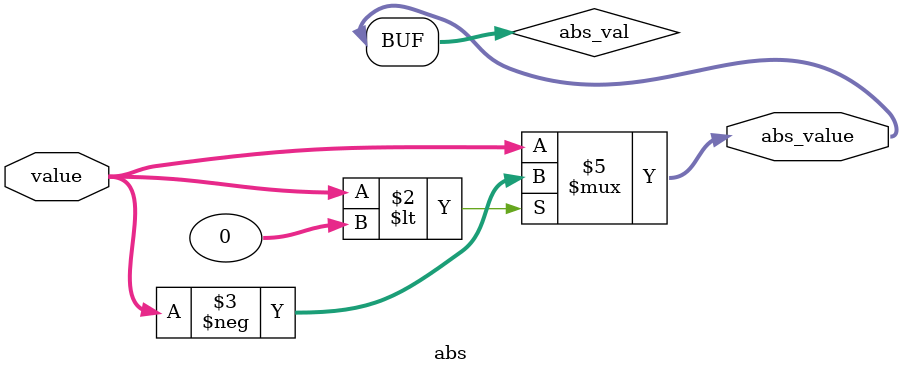
<source format=v>
module abs #(parameter EXP_WIDTH = 9) (
  input signed [EXP_WIDTH-1:0] value,
  output [EXP_WIDTH-1:0] abs_value
);

reg [EXP_WIDTH-1:0] abs_val;

  always @* begin
    if (value < 0) begin
      abs_val = -value;
    end else begin
      abs_val <= value;
    end
  end

assign abs_value = abs_val;

endmodule

</source>
